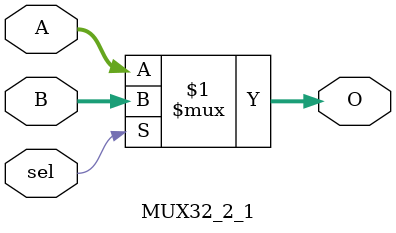
<source format=v>
`timescale 1ns / 1ps
module MUX32_2_1(
	input [31:0] A, B,
	input sel,
	output [31:0] O
    );
	assign O = sel? B: A;
endmodule

</source>
